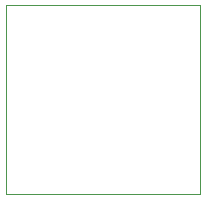
<source format=gm1>
%FSTAX25Y25*%
%MOIN*%
%SFA1B1*%

%IPPOS*%
%ADD32C,0.003940*%
%LNnrf24_pa_lna_rfm69hw-1*%
%LPD*%
G54D32*
X0098425Y0104331D02*
X0163386D01*
Y0167323*
X0098425D02*
X0163386D01*
X0098425Y0104331D02*
Y0167323D01*
M02*
</source>
